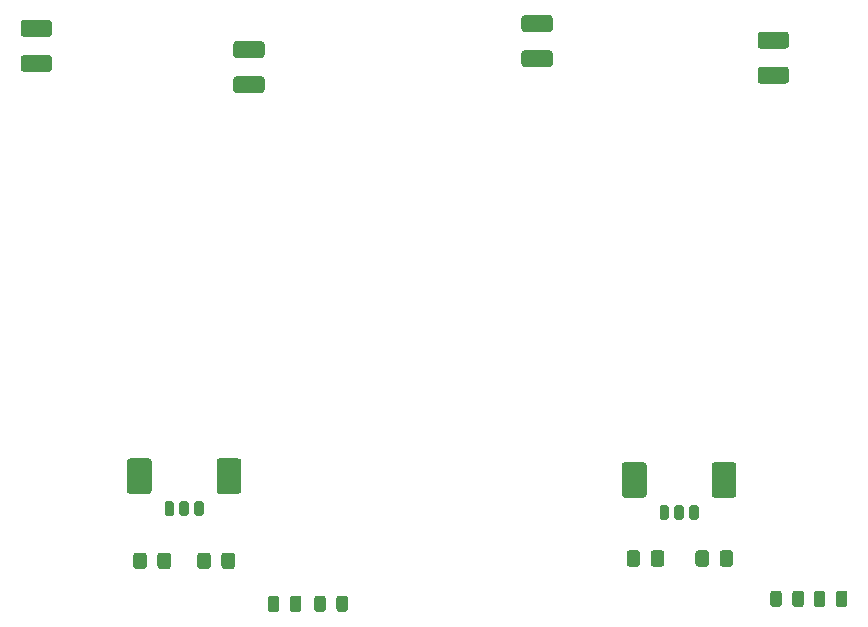
<source format=gtp>
G04 #@! TF.GenerationSoftware,KiCad,Pcbnew,5.1.6+dfsg1-1~bpo9+1*
G04 #@! TF.CreationDate,2022-05-29T17:42:38+02:00*
G04 #@! TF.ProjectId,sdrtrx-meanwell,73647274-7278-42d6-9d65-616e77656c6c,1*
G04 #@! TF.SameCoordinates,Original*
G04 #@! TF.FileFunction,Paste,Top*
G04 #@! TF.FilePolarity,Positive*
%FSLAX46Y46*%
G04 Gerber Fmt 4.6, Leading zero omitted, Abs format (unit mm)*
G04 Created by KiCad (PCBNEW 5.1.6+dfsg1-1~bpo9+1) date 2022-05-29 17:42:38*
%MOMM*%
%LPD*%
G01*
G04 APERTURE LIST*
G04 APERTURE END LIST*
G36*
G01*
X19675000Y25949999D02*
X19675000Y26850001D01*
G75*
G02*
X19924999Y27100000I249999J0D01*
G01*
X20575001Y27100000D01*
G75*
G02*
X20825000Y26850001I0J-249999D01*
G01*
X20825000Y25949999D01*
G75*
G02*
X20575001Y25700000I-249999J0D01*
G01*
X19924999Y25700000D01*
G75*
G02*
X19675000Y25949999I0J249999D01*
G01*
G37*
G36*
G01*
X17625000Y25949999D02*
X17625000Y26850001D01*
G75*
G02*
X17874999Y27100000I249999J0D01*
G01*
X18525001Y27100000D01*
G75*
G02*
X18775000Y26850001I0J-249999D01*
G01*
X18775000Y25949999D01*
G75*
G02*
X18525001Y25700000I-249999J0D01*
G01*
X17874999Y25700000D01*
G75*
G02*
X17625000Y25949999I0J249999D01*
G01*
G37*
G36*
G01*
X61850000Y26149999D02*
X61850000Y27050001D01*
G75*
G02*
X62099999Y27300000I249999J0D01*
G01*
X62750001Y27300000D01*
G75*
G02*
X63000000Y27050001I0J-249999D01*
G01*
X63000000Y26149999D01*
G75*
G02*
X62750001Y25900000I-249999J0D01*
G01*
X62099999Y25900000D01*
G75*
G02*
X61850000Y26149999I0J249999D01*
G01*
G37*
G36*
G01*
X59800000Y26149999D02*
X59800000Y27050001D01*
G75*
G02*
X60049999Y27300000I249999J0D01*
G01*
X60700001Y27300000D01*
G75*
G02*
X60950000Y27050001I0J-249999D01*
G01*
X60950000Y26149999D01*
G75*
G02*
X60700001Y25900000I-249999J0D01*
G01*
X60049999Y25900000D01*
G75*
G02*
X59800000Y26149999I0J249999D01*
G01*
G37*
G36*
G01*
X13350000Y26850001D02*
X13350000Y25949999D01*
G75*
G02*
X13100001Y25700000I-249999J0D01*
G01*
X12449999Y25700000D01*
G75*
G02*
X12200000Y25949999I0J249999D01*
G01*
X12200000Y26850001D01*
G75*
G02*
X12449999Y27100000I249999J0D01*
G01*
X13100001Y27100000D01*
G75*
G02*
X13350000Y26850001I0J-249999D01*
G01*
G37*
G36*
G01*
X15400000Y26850001D02*
X15400000Y25949999D01*
G75*
G02*
X15150001Y25700000I-249999J0D01*
G01*
X14499999Y25700000D01*
G75*
G02*
X14250000Y25949999I0J249999D01*
G01*
X14250000Y26850001D01*
G75*
G02*
X14499999Y27100000I249999J0D01*
G01*
X15150001Y27100000D01*
G75*
G02*
X15400000Y26850001I0J-249999D01*
G01*
G37*
G36*
G01*
X55125000Y27050001D02*
X55125000Y26149999D01*
G75*
G02*
X54875001Y25900000I-249999J0D01*
G01*
X54224999Y25900000D01*
G75*
G02*
X53975000Y26149999I0J249999D01*
G01*
X53975000Y27050001D01*
G75*
G02*
X54224999Y27300000I249999J0D01*
G01*
X54875001Y27300000D01*
G75*
G02*
X55125000Y27050001I0J-249999D01*
G01*
G37*
G36*
G01*
X57175000Y27050001D02*
X57175000Y26149999D01*
G75*
G02*
X56925001Y25900000I-249999J0D01*
G01*
X56274999Y25900000D01*
G75*
G02*
X56025000Y26149999I0J249999D01*
G01*
X56025000Y27050001D01*
G75*
G02*
X56274999Y27300000I249999J0D01*
G01*
X56925001Y27300000D01*
G75*
G02*
X57175000Y27050001I0J-249999D01*
G01*
G37*
G36*
G01*
X65325000Y68225000D02*
X67475000Y68225000D01*
G75*
G02*
X67725000Y67975000I0J-250000D01*
G01*
X67725000Y67050000D01*
G75*
G02*
X67475000Y66800000I-250000J0D01*
G01*
X65325000Y66800000D01*
G75*
G02*
X65075000Y67050000I0J250000D01*
G01*
X65075000Y67975000D01*
G75*
G02*
X65325000Y68225000I250000J0D01*
G01*
G37*
G36*
G01*
X65325000Y71200000D02*
X67475000Y71200000D01*
G75*
G02*
X67725000Y70950000I0J-250000D01*
G01*
X67725000Y70025000D01*
G75*
G02*
X67475000Y69775000I-250000J0D01*
G01*
X65325000Y69775000D01*
G75*
G02*
X65075000Y70025000I0J250000D01*
G01*
X65075000Y70950000D01*
G75*
G02*
X65325000Y71200000I250000J0D01*
G01*
G37*
G36*
G01*
X20925000Y67425000D02*
X23075000Y67425000D01*
G75*
G02*
X23325000Y67175000I0J-250000D01*
G01*
X23325000Y66250000D01*
G75*
G02*
X23075000Y66000000I-250000J0D01*
G01*
X20925000Y66000000D01*
G75*
G02*
X20675000Y66250000I0J250000D01*
G01*
X20675000Y67175000D01*
G75*
G02*
X20925000Y67425000I250000J0D01*
G01*
G37*
G36*
G01*
X20925000Y70400000D02*
X23075000Y70400000D01*
G75*
G02*
X23325000Y70150000I0J-250000D01*
G01*
X23325000Y69225000D01*
G75*
G02*
X23075000Y68975000I-250000J0D01*
G01*
X20925000Y68975000D01*
G75*
G02*
X20675000Y69225000I0J250000D01*
G01*
X20675000Y70150000D01*
G75*
G02*
X20925000Y70400000I250000J0D01*
G01*
G37*
G36*
G01*
X45325000Y69625000D02*
X47475000Y69625000D01*
G75*
G02*
X47725000Y69375000I0J-250000D01*
G01*
X47725000Y68450000D01*
G75*
G02*
X47475000Y68200000I-250000J0D01*
G01*
X45325000Y68200000D01*
G75*
G02*
X45075000Y68450000I0J250000D01*
G01*
X45075000Y69375000D01*
G75*
G02*
X45325000Y69625000I250000J0D01*
G01*
G37*
G36*
G01*
X45325000Y72600000D02*
X47475000Y72600000D01*
G75*
G02*
X47725000Y72350000I0J-250000D01*
G01*
X47725000Y71425000D01*
G75*
G02*
X47475000Y71175000I-250000J0D01*
G01*
X45325000Y71175000D01*
G75*
G02*
X45075000Y71425000I0J250000D01*
G01*
X45075000Y72350000D01*
G75*
G02*
X45325000Y72600000I250000J0D01*
G01*
G37*
G36*
G01*
X2925000Y69225000D02*
X5075000Y69225000D01*
G75*
G02*
X5325000Y68975000I0J-250000D01*
G01*
X5325000Y68050000D01*
G75*
G02*
X5075000Y67800000I-250000J0D01*
G01*
X2925000Y67800000D01*
G75*
G02*
X2675000Y68050000I0J250000D01*
G01*
X2675000Y68975000D01*
G75*
G02*
X2925000Y69225000I250000J0D01*
G01*
G37*
G36*
G01*
X2925000Y72200000D02*
X5075000Y72200000D01*
G75*
G02*
X5325000Y71950000I0J-250000D01*
G01*
X5325000Y71025000D01*
G75*
G02*
X5075000Y70775000I-250000J0D01*
G01*
X2925000Y70775000D01*
G75*
G02*
X2675000Y71025000I0J250000D01*
G01*
X2675000Y71950000D01*
G75*
G02*
X2925000Y72200000I250000J0D01*
G01*
G37*
G36*
G01*
X55670000Y34500000D02*
X55670000Y32000000D01*
G75*
G02*
X55420000Y31750000I-250000J0D01*
G01*
X53820000Y31750000D01*
G75*
G02*
X53570000Y32000000I0J250000D01*
G01*
X53570000Y34500000D01*
G75*
G02*
X53820000Y34750000I250000J0D01*
G01*
X55420000Y34750000D01*
G75*
G02*
X55670000Y34500000I0J-250000D01*
G01*
G37*
G36*
G01*
X63270000Y34500000D02*
X63270000Y32000000D01*
G75*
G02*
X63020000Y31750000I-250000J0D01*
G01*
X61420000Y31750000D01*
G75*
G02*
X61170000Y32000000I0J250000D01*
G01*
X61170000Y34500000D01*
G75*
G02*
X61420000Y34750000I250000J0D01*
G01*
X63020000Y34750000D01*
G75*
G02*
X63270000Y34500000I0J-250000D01*
G01*
G37*
G36*
G01*
X57570000Y30950000D02*
X57570000Y30050000D01*
G75*
G02*
X57370000Y29850000I-200000J0D01*
G01*
X56970000Y29850000D01*
G75*
G02*
X56770000Y30050000I0J200000D01*
G01*
X56770000Y30950000D01*
G75*
G02*
X56970000Y31150000I200000J0D01*
G01*
X57370000Y31150000D01*
G75*
G02*
X57570000Y30950000I0J-200000D01*
G01*
G37*
G36*
G01*
X58820000Y30950000D02*
X58820000Y30050000D01*
G75*
G02*
X58620000Y29850000I-200000J0D01*
G01*
X58220000Y29850000D01*
G75*
G02*
X58020000Y30050000I0J200000D01*
G01*
X58020000Y30950000D01*
G75*
G02*
X58220000Y31150000I200000J0D01*
G01*
X58620000Y31150000D01*
G75*
G02*
X58820000Y30950000I0J-200000D01*
G01*
G37*
G36*
G01*
X60070000Y30950000D02*
X60070000Y30050000D01*
G75*
G02*
X59870000Y29850000I-200000J0D01*
G01*
X59470000Y29850000D01*
G75*
G02*
X59270000Y30050000I0J200000D01*
G01*
X59270000Y30950000D01*
G75*
G02*
X59470000Y31150000I200000J0D01*
G01*
X59870000Y31150000D01*
G75*
G02*
X60070000Y30950000I0J-200000D01*
G01*
G37*
G36*
G01*
X28506000Y23220250D02*
X28506000Y22307750D01*
G75*
G02*
X28262250Y22064000I-243750J0D01*
G01*
X27774750Y22064000D01*
G75*
G02*
X27531000Y22307750I0J243750D01*
G01*
X27531000Y23220250D01*
G75*
G02*
X27774750Y23464000I243750J0D01*
G01*
X28262250Y23464000D01*
G75*
G02*
X28506000Y23220250I0J-243750D01*
G01*
G37*
G36*
G01*
X30381000Y23220250D02*
X30381000Y22307750D01*
G75*
G02*
X30137250Y22064000I-243750J0D01*
G01*
X29649750Y22064000D01*
G75*
G02*
X29406000Y22307750I0J243750D01*
G01*
X29406000Y23220250D01*
G75*
G02*
X29649750Y23464000I243750J0D01*
G01*
X30137250Y23464000D01*
G75*
G02*
X30381000Y23220250I0J-243750D01*
G01*
G37*
G36*
G01*
X70797000Y23639250D02*
X70797000Y22726750D01*
G75*
G02*
X70553250Y22483000I-243750J0D01*
G01*
X70065750Y22483000D01*
G75*
G02*
X69822000Y22726750I0J243750D01*
G01*
X69822000Y23639250D01*
G75*
G02*
X70065750Y23883000I243750J0D01*
G01*
X70553250Y23883000D01*
G75*
G02*
X70797000Y23639250I0J-243750D01*
G01*
G37*
G36*
G01*
X72672000Y23639250D02*
X72672000Y22726750D01*
G75*
G02*
X72428250Y22483000I-243750J0D01*
G01*
X71940750Y22483000D01*
G75*
G02*
X71697000Y22726750I0J243750D01*
G01*
X71697000Y23639250D01*
G75*
G02*
X71940750Y23883000I243750J0D01*
G01*
X72428250Y23883000D01*
G75*
G02*
X72672000Y23639250I0J-243750D01*
G01*
G37*
G36*
G01*
X25469000Y22307750D02*
X25469000Y23220250D01*
G75*
G02*
X25712750Y23464000I243750J0D01*
G01*
X26200250Y23464000D01*
G75*
G02*
X26444000Y23220250I0J-243750D01*
G01*
X26444000Y22307750D01*
G75*
G02*
X26200250Y22064000I-243750J0D01*
G01*
X25712750Y22064000D01*
G75*
G02*
X25469000Y22307750I0J243750D01*
G01*
G37*
G36*
G01*
X23594000Y22307750D02*
X23594000Y23220250D01*
G75*
G02*
X23837750Y23464000I243750J0D01*
G01*
X24325250Y23464000D01*
G75*
G02*
X24569000Y23220250I0J-243750D01*
G01*
X24569000Y22307750D01*
G75*
G02*
X24325250Y22064000I-243750J0D01*
G01*
X23837750Y22064000D01*
G75*
G02*
X23594000Y22307750I0J243750D01*
G01*
G37*
G36*
G01*
X68014000Y22726750D02*
X68014000Y23639250D01*
G75*
G02*
X68257750Y23883000I243750J0D01*
G01*
X68745250Y23883000D01*
G75*
G02*
X68989000Y23639250I0J-243750D01*
G01*
X68989000Y22726750D01*
G75*
G02*
X68745250Y22483000I-243750J0D01*
G01*
X68257750Y22483000D01*
G75*
G02*
X68014000Y22726750I0J243750D01*
G01*
G37*
G36*
G01*
X66139000Y22726750D02*
X66139000Y23639250D01*
G75*
G02*
X66382750Y23883000I243750J0D01*
G01*
X66870250Y23883000D01*
G75*
G02*
X67114000Y23639250I0J-243750D01*
G01*
X67114000Y22726750D01*
G75*
G02*
X66870250Y22483000I-243750J0D01*
G01*
X66382750Y22483000D01*
G75*
G02*
X66139000Y22726750I0J243750D01*
G01*
G37*
G36*
G01*
X13760000Y34817500D02*
X13760000Y32317500D01*
G75*
G02*
X13510000Y32067500I-250000J0D01*
G01*
X11910000Y32067500D01*
G75*
G02*
X11660000Y32317500I0J250000D01*
G01*
X11660000Y34817500D01*
G75*
G02*
X11910000Y35067500I250000J0D01*
G01*
X13510000Y35067500D01*
G75*
G02*
X13760000Y34817500I0J-250000D01*
G01*
G37*
G36*
G01*
X21360000Y34817500D02*
X21360000Y32317500D01*
G75*
G02*
X21110000Y32067500I-250000J0D01*
G01*
X19510000Y32067500D01*
G75*
G02*
X19260000Y32317500I0J250000D01*
G01*
X19260000Y34817500D01*
G75*
G02*
X19510000Y35067500I250000J0D01*
G01*
X21110000Y35067500D01*
G75*
G02*
X21360000Y34817500I0J-250000D01*
G01*
G37*
G36*
G01*
X15660000Y31267500D02*
X15660000Y30367500D01*
G75*
G02*
X15460000Y30167500I-200000J0D01*
G01*
X15060000Y30167500D01*
G75*
G02*
X14860000Y30367500I0J200000D01*
G01*
X14860000Y31267500D01*
G75*
G02*
X15060000Y31467500I200000J0D01*
G01*
X15460000Y31467500D01*
G75*
G02*
X15660000Y31267500I0J-200000D01*
G01*
G37*
G36*
G01*
X16910000Y31267500D02*
X16910000Y30367500D01*
G75*
G02*
X16710000Y30167500I-200000J0D01*
G01*
X16310000Y30167500D01*
G75*
G02*
X16110000Y30367500I0J200000D01*
G01*
X16110000Y31267500D01*
G75*
G02*
X16310000Y31467500I200000J0D01*
G01*
X16710000Y31467500D01*
G75*
G02*
X16910000Y31267500I0J-200000D01*
G01*
G37*
G36*
G01*
X18160000Y31267500D02*
X18160000Y30367500D01*
G75*
G02*
X17960000Y30167500I-200000J0D01*
G01*
X17560000Y30167500D01*
G75*
G02*
X17360000Y30367500I0J200000D01*
G01*
X17360000Y31267500D01*
G75*
G02*
X17560000Y31467500I200000J0D01*
G01*
X17960000Y31467500D01*
G75*
G02*
X18160000Y31267500I0J-200000D01*
G01*
G37*
M02*

</source>
